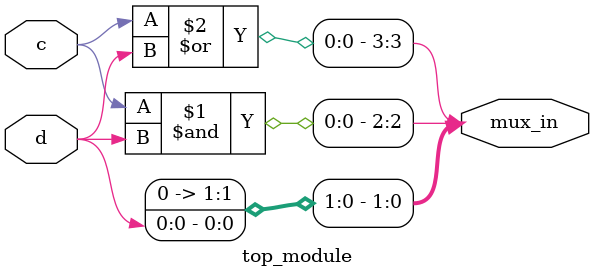
<source format=sv>
module top_module (
    input c,
    input d,
    output [3:0] mux_in
);

    // Correcting the assignments to match the given Karnaugh map
    assign mux_in[0] = d;         // ab=00, cd=00 -> 0, cd=01 -> 1, cd=10 -> 1, cd=11 -> 1
    assign mux_in[1] = 0;         // ab=01, always 0
    assign mux_in[2] = c & d;     // ab=11, cd=00 -> 0, cd=01 -> 0, cd=10 -> 1, cd=11 -> 1
    assign mux_in[3] = c | d;     // ab=10, cd=00 -> 1, cd=01 -> 0, cd=10 -> 1, cd=11 -> 1

endmodule

</source>
